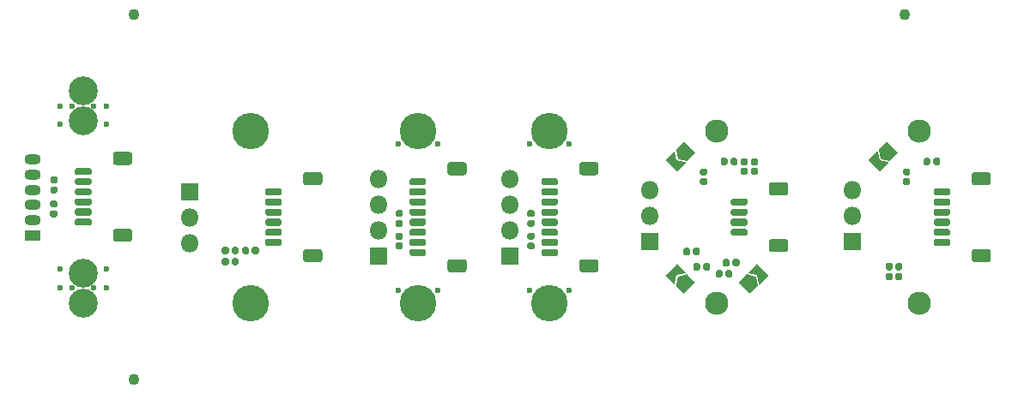
<source format=gts>
G04 #@! TF.GenerationSoftware,KiCad,Pcbnew,(5.1.6-0-10_14)*
G04 #@! TF.CreationDate,2021-04-17T00:03:13+02:00*
G04 #@! TF.ProjectId,Encoder_SPI_Panel_v1_1,456e636f-6465-4725-9f53-50495f50616e,rev?*
G04 #@! TF.SameCoordinates,Original*
G04 #@! TF.FileFunction,Soldermask,Top*
G04 #@! TF.FilePolarity,Negative*
%FSLAX46Y46*%
G04 Gerber Fmt 4.6, Leading zero omitted, Abs format (unit mm)*
G04 Created by KiCad (PCBNEW (5.1.6-0-10_14)) date 2021-04-17 00:03:13*
%MOMM*%
%LPD*%
G01*
G04 APERTURE LIST*
%ADD10C,1.100000*%
%ADD11C,2.300000*%
%ADD12C,0.150000*%
%ADD13R,1.800000X1.800000*%
%ADD14O,1.800000X1.800000*%
%ADD15C,3.600000*%
%ADD16C,0.600000*%
%ADD17C,2.850000*%
%ADD18R,1.600000X1.100000*%
%ADD19O,1.600000X1.100000*%
G04 APERTURE END LIST*
D10*
X59999000Y-55501000D03*
X136010131Y-19498950D03*
X59999000Y-19498950D03*
G36*
G01*
X137879133Y-34197499D02*
X137879133Y-33802499D01*
G75*
G02*
X138051633Y-33629999I172500J0D01*
G01*
X138396633Y-33629999D01*
G75*
G02*
X138569133Y-33802499I0J-172500D01*
G01*
X138569133Y-34197499D01*
G75*
G02*
X138396633Y-34369999I-172500J0D01*
G01*
X138051633Y-34369999D01*
G75*
G02*
X137879133Y-34197499I0J172500D01*
G01*
G37*
G36*
G01*
X138849133Y-34197499D02*
X138849133Y-33802499D01*
G75*
G02*
X139021633Y-33629999I172500J0D01*
G01*
X139366633Y-33629999D01*
G75*
G02*
X139539133Y-33802499I0J-172500D01*
G01*
X139539133Y-34197499D01*
G75*
G02*
X139366633Y-34369999I-172500J0D01*
G01*
X139021633Y-34369999D01*
G75*
G02*
X138849133Y-34197499I0J172500D01*
G01*
G37*
G36*
G01*
X136406633Y-36329999D02*
X136011633Y-36329999D01*
G75*
G02*
X135839133Y-36157499I0J172500D01*
G01*
X135839133Y-35812499D01*
G75*
G02*
X136011633Y-35639999I172500J0D01*
G01*
X136406633Y-35639999D01*
G75*
G02*
X136579133Y-35812499I0J-172500D01*
G01*
X136579133Y-36157499D01*
G75*
G02*
X136406633Y-36329999I-172500J0D01*
G01*
G37*
G36*
G01*
X136406633Y-35359999D02*
X136011633Y-35359999D01*
G75*
G02*
X135839133Y-35187499I0J172500D01*
G01*
X135839133Y-34842499D01*
G75*
G02*
X136011633Y-34669999I172500J0D01*
G01*
X136406633Y-34669999D01*
G75*
G02*
X136579133Y-34842499I0J-172500D01*
G01*
X136579133Y-35187499D01*
G75*
G02*
X136406633Y-35359999I-172500J0D01*
G01*
G37*
D11*
X137509133Y-30999999D03*
G36*
G01*
X135814133Y-44177499D02*
X135814133Y-44572499D01*
G75*
G02*
X135641633Y-44744999I-172500J0D01*
G01*
X135296633Y-44744999D01*
G75*
G02*
X135124133Y-44572499I0J172500D01*
G01*
X135124133Y-44177499D01*
G75*
G02*
X135296633Y-44004999I172500J0D01*
G01*
X135641633Y-44004999D01*
G75*
G02*
X135814133Y-44177499I0J-172500D01*
G01*
G37*
G36*
G01*
X134844133Y-44177499D02*
X134844133Y-44572499D01*
G75*
G02*
X134671633Y-44744999I-172500J0D01*
G01*
X134326633Y-44744999D01*
G75*
G02*
X134154133Y-44572499I0J172500D01*
G01*
X134154133Y-44177499D01*
G75*
G02*
X134326633Y-44004999I172500J0D01*
G01*
X134671633Y-44004999D01*
G75*
G02*
X134844133Y-44177499I0J-172500D01*
G01*
G37*
G36*
G01*
X134154133Y-45572499D02*
X134154133Y-45177499D01*
G75*
G02*
X134326633Y-45004999I172500J0D01*
G01*
X134671633Y-45004999D01*
G75*
G02*
X134844133Y-45177499I0J-172500D01*
G01*
X134844133Y-45572499D01*
G75*
G02*
X134671633Y-45744999I-172500J0D01*
G01*
X134326633Y-45744999D01*
G75*
G02*
X134154133Y-45572499I0J172500D01*
G01*
G37*
G36*
G01*
X135124133Y-45572499D02*
X135124133Y-45177499D01*
G75*
G02*
X135296633Y-45004999I172500J0D01*
G01*
X135641633Y-45004999D01*
G75*
G02*
X135814133Y-45177499I0J-172500D01*
G01*
X135814133Y-45572499D01*
G75*
G02*
X135641633Y-45744999I-172500J0D01*
G01*
X135296633Y-45744999D01*
G75*
G02*
X135124133Y-45572499I0J172500D01*
G01*
G37*
X137509133Y-47999999D03*
D12*
G36*
X133601036Y-34938108D02*
G01*
X133592392Y-34942728D01*
X133583012Y-34945574D01*
X133573258Y-34946534D01*
X133563504Y-34945574D01*
X133554123Y-34942728D01*
X133545480Y-34938108D01*
X133537902Y-34931890D01*
X132477242Y-33871230D01*
X132471024Y-33863652D01*
X132466404Y-33855009D01*
X132463558Y-33845628D01*
X132462598Y-33835874D01*
X132463558Y-33826120D01*
X132466404Y-33816740D01*
X132471024Y-33808096D01*
X132477242Y-33800519D01*
X133290415Y-32987346D01*
X133297992Y-32981128D01*
X133306636Y-32976508D01*
X133316016Y-32973662D01*
X133325770Y-32972702D01*
X133335524Y-32973662D01*
X133344905Y-32976508D01*
X133353548Y-32981128D01*
X133361126Y-32987346D01*
X133367344Y-32994924D01*
X133371964Y-33003567D01*
X133374800Y-33012895D01*
X133545039Y-33864093D01*
X134396237Y-34034332D01*
X134405613Y-34037188D01*
X134414252Y-34041818D01*
X134421823Y-34048043D01*
X134428033Y-34055627D01*
X134432644Y-34064275D01*
X134435480Y-34073659D01*
X134436430Y-34083414D01*
X134435460Y-34093168D01*
X134432605Y-34102544D01*
X134427974Y-34111184D01*
X134421786Y-34118717D01*
X133608613Y-34931890D01*
X133601036Y-34938108D01*
G37*
G36*
X134626340Y-33912804D02*
G01*
X134617696Y-33917424D01*
X134608316Y-33920270D01*
X134598562Y-33921230D01*
X134588756Y-33920260D01*
X133704872Y-33743483D01*
X133695496Y-33740628D01*
X133686856Y-33735998D01*
X133679286Y-33729772D01*
X133673076Y-33722189D01*
X133668465Y-33713540D01*
X133665649Y-33704260D01*
X133488872Y-32820376D01*
X133487902Y-32810623D01*
X133488852Y-32800867D01*
X133491688Y-32791484D01*
X133496299Y-32782835D01*
X133502546Y-32775215D01*
X134209653Y-32068108D01*
X134217230Y-32061890D01*
X134225874Y-32057270D01*
X134235254Y-32054424D01*
X134245008Y-32053464D01*
X134254762Y-32054424D01*
X134264143Y-32057270D01*
X134272786Y-32061890D01*
X134280364Y-32068108D01*
X135341024Y-33128768D01*
X135347242Y-33136346D01*
X135351862Y-33144989D01*
X135354708Y-33154370D01*
X135355668Y-33164124D01*
X135354708Y-33173878D01*
X135351862Y-33183258D01*
X135347242Y-33191902D01*
X135341024Y-33199479D01*
X134633917Y-33906586D01*
X134626340Y-33912804D01*
G37*
D13*
X130909133Y-41939999D03*
D14*
X130909133Y-39399999D03*
X130909133Y-36859999D03*
G36*
G01*
X140359133Y-42349999D02*
X139059133Y-42349999D01*
G75*
G02*
X138884133Y-42174999I0J175000D01*
G01*
X138884133Y-41824999D01*
G75*
G02*
X139059133Y-41649999I175000J0D01*
G01*
X140359133Y-41649999D01*
G75*
G02*
X140534133Y-41824999I0J-175000D01*
G01*
X140534133Y-42174999D01*
G75*
G02*
X140359133Y-42349999I-175000J0D01*
G01*
G37*
G36*
G01*
X140359133Y-41349999D02*
X139059133Y-41349999D01*
G75*
G02*
X138884133Y-41174999I0J175000D01*
G01*
X138884133Y-40824999D01*
G75*
G02*
X139059133Y-40649999I175000J0D01*
G01*
X140359133Y-40649999D01*
G75*
G02*
X140534133Y-40824999I0J-175000D01*
G01*
X140534133Y-41174999D01*
G75*
G02*
X140359133Y-41349999I-175000J0D01*
G01*
G37*
G36*
G01*
X140359133Y-40349999D02*
X139059133Y-40349999D01*
G75*
G02*
X138884133Y-40174999I0J175000D01*
G01*
X138884133Y-39824999D01*
G75*
G02*
X139059133Y-39649999I175000J0D01*
G01*
X140359133Y-39649999D01*
G75*
G02*
X140534133Y-39824999I0J-175000D01*
G01*
X140534133Y-40174999D01*
G75*
G02*
X140359133Y-40349999I-175000J0D01*
G01*
G37*
G36*
G01*
X140359133Y-39349999D02*
X139059133Y-39349999D01*
G75*
G02*
X138884133Y-39174999I0J175000D01*
G01*
X138884133Y-38824999D01*
G75*
G02*
X139059133Y-38649999I175000J0D01*
G01*
X140359133Y-38649999D01*
G75*
G02*
X140534133Y-38824999I0J-175000D01*
G01*
X140534133Y-39174999D01*
G75*
G02*
X140359133Y-39349999I-175000J0D01*
G01*
G37*
G36*
G01*
X140359133Y-38349999D02*
X139059133Y-38349999D01*
G75*
G02*
X138884133Y-38174999I0J175000D01*
G01*
X138884133Y-37824999D01*
G75*
G02*
X139059133Y-37649999I175000J0D01*
G01*
X140359133Y-37649999D01*
G75*
G02*
X140534133Y-37824999I0J-175000D01*
G01*
X140534133Y-38174999D01*
G75*
G02*
X140359133Y-38349999I-175000J0D01*
G01*
G37*
G36*
G01*
X140359133Y-37349999D02*
X139059133Y-37349999D01*
G75*
G02*
X138884133Y-37174999I0J175000D01*
G01*
X138884133Y-36824999D01*
G75*
G02*
X139059133Y-36649999I175000J0D01*
G01*
X140359133Y-36649999D01*
G75*
G02*
X140534133Y-36824999I0J-175000D01*
G01*
X140534133Y-37174999D01*
G75*
G02*
X140359133Y-37349999I-175000J0D01*
G01*
G37*
G36*
G01*
X144263733Y-43949999D02*
X142904533Y-43949999D01*
G75*
G02*
X142634133Y-43679599I0J270400D01*
G01*
X142634133Y-42920399D01*
G75*
G02*
X142904533Y-42649999I270400J0D01*
G01*
X144263733Y-42649999D01*
G75*
G02*
X144534133Y-42920399I0J-270400D01*
G01*
X144534133Y-43679599D01*
G75*
G02*
X144263733Y-43949999I-270400J0D01*
G01*
G37*
G36*
G01*
X144263733Y-36349999D02*
X142904533Y-36349999D01*
G75*
G02*
X142634133Y-36079599I0J270400D01*
G01*
X142634133Y-35320399D01*
G75*
G02*
X142904533Y-35049999I270400J0D01*
G01*
X144263733Y-35049999D01*
G75*
G02*
X144534133Y-35320399I0J-270400D01*
G01*
X144534133Y-36079599D01*
G75*
G02*
X144263733Y-36349999I-270400J0D01*
G01*
G37*
G36*
G01*
X117879130Y-34197499D02*
X117879130Y-33802499D01*
G75*
G02*
X118051630Y-33629999I172500J0D01*
G01*
X118396630Y-33629999D01*
G75*
G02*
X118569130Y-33802499I0J-172500D01*
G01*
X118569130Y-34197499D01*
G75*
G02*
X118396630Y-34369999I-172500J0D01*
G01*
X118051630Y-34369999D01*
G75*
G02*
X117879130Y-34197499I0J172500D01*
G01*
G37*
G36*
G01*
X118849130Y-34197499D02*
X118849130Y-33802499D01*
G75*
G02*
X119021630Y-33629999I172500J0D01*
G01*
X119366630Y-33629999D01*
G75*
G02*
X119539130Y-33802499I0J-172500D01*
G01*
X119539130Y-34197499D01*
G75*
G02*
X119366630Y-34369999I-172500J0D01*
G01*
X119021630Y-34369999D01*
G75*
G02*
X118849130Y-34197499I0J172500D01*
G01*
G37*
G36*
G01*
X116406630Y-36329999D02*
X116011630Y-36329999D01*
G75*
G02*
X115839130Y-36157499I0J172500D01*
G01*
X115839130Y-35812499D01*
G75*
G02*
X116011630Y-35639999I172500J0D01*
G01*
X116406630Y-35639999D01*
G75*
G02*
X116579130Y-35812499I0J-172500D01*
G01*
X116579130Y-36157499D01*
G75*
G02*
X116406630Y-36329999I-172500J0D01*
G01*
G37*
G36*
G01*
X116406630Y-35359999D02*
X116011630Y-35359999D01*
G75*
G02*
X115839130Y-35187499I0J172500D01*
G01*
X115839130Y-34842499D01*
G75*
G02*
X116011630Y-34669999I172500J0D01*
G01*
X116406630Y-34669999D01*
G75*
G02*
X116579130Y-34842499I0J-172500D01*
G01*
X116579130Y-35187499D01*
G75*
G02*
X116406630Y-35359999I-172500J0D01*
G01*
G37*
G36*
G01*
X114179130Y-43097499D02*
X114179130Y-42702499D01*
G75*
G02*
X114351630Y-42529999I172500J0D01*
G01*
X114696630Y-42529999D01*
G75*
G02*
X114869130Y-42702499I0J-172500D01*
G01*
X114869130Y-43097499D01*
G75*
G02*
X114696630Y-43269999I-172500J0D01*
G01*
X114351630Y-43269999D01*
G75*
G02*
X114179130Y-43097499I0J172500D01*
G01*
G37*
G36*
G01*
X115149130Y-43097499D02*
X115149130Y-42702499D01*
G75*
G02*
X115321630Y-42529999I172500J0D01*
G01*
X115666630Y-42529999D01*
G75*
G02*
X115839130Y-42702499I0J-172500D01*
G01*
X115839130Y-43097499D01*
G75*
G02*
X115666630Y-43269999I-172500J0D01*
G01*
X115321630Y-43269999D01*
G75*
G02*
X115149130Y-43097499I0J172500D01*
G01*
G37*
G36*
G01*
X118079130Y-44197499D02*
X118079130Y-43802499D01*
G75*
G02*
X118251630Y-43629999I172500J0D01*
G01*
X118596630Y-43629999D01*
G75*
G02*
X118769130Y-43802499I0J-172500D01*
G01*
X118769130Y-44197499D01*
G75*
G02*
X118596630Y-44369999I-172500J0D01*
G01*
X118251630Y-44369999D01*
G75*
G02*
X118079130Y-44197499I0J172500D01*
G01*
G37*
G36*
G01*
X119049130Y-44197499D02*
X119049130Y-43802499D01*
G75*
G02*
X119221630Y-43629999I172500J0D01*
G01*
X119566630Y-43629999D01*
G75*
G02*
X119739130Y-43802499I0J-172500D01*
G01*
X119739130Y-44197499D01*
G75*
G02*
X119566630Y-44369999I-172500J0D01*
G01*
X119221630Y-44369999D01*
G75*
G02*
X119049130Y-44197499I0J172500D01*
G01*
G37*
G36*
G01*
X116839130Y-44202499D02*
X116839130Y-44597499D01*
G75*
G02*
X116666630Y-44769999I-172500J0D01*
G01*
X116321630Y-44769999D01*
G75*
G02*
X116149130Y-44597499I0J172500D01*
G01*
X116149130Y-44202499D01*
G75*
G02*
X116321630Y-44029999I172500J0D01*
G01*
X116666630Y-44029999D01*
G75*
G02*
X116839130Y-44202499I0J-172500D01*
G01*
G37*
G36*
G01*
X115869130Y-44202499D02*
X115869130Y-44597499D01*
G75*
G02*
X115696630Y-44769999I-172500J0D01*
G01*
X115351630Y-44769999D01*
G75*
G02*
X115179130Y-44597499I0J172500D01*
G01*
X115179130Y-44202499D01*
G75*
G02*
X115351630Y-44029999I172500J0D01*
G01*
X115696630Y-44029999D01*
G75*
G02*
X115869130Y-44202499I0J-172500D01*
G01*
G37*
G36*
G01*
X117379130Y-45297499D02*
X117379130Y-44902499D01*
G75*
G02*
X117551630Y-44729999I172500J0D01*
G01*
X117896630Y-44729999D01*
G75*
G02*
X118069130Y-44902499I0J-172500D01*
G01*
X118069130Y-45297499D01*
G75*
G02*
X117896630Y-45469999I-172500J0D01*
G01*
X117551630Y-45469999D01*
G75*
G02*
X117379130Y-45297499I0J172500D01*
G01*
G37*
G36*
G01*
X118349130Y-45297499D02*
X118349130Y-44902499D01*
G75*
G02*
X118521630Y-44729999I172500J0D01*
G01*
X118866630Y-44729999D01*
G75*
G02*
X119039130Y-44902499I0J-172500D01*
G01*
X119039130Y-45297499D01*
G75*
G02*
X118866630Y-45469999I-172500J0D01*
G01*
X118521630Y-45469999D01*
G75*
G02*
X118349130Y-45297499I0J172500D01*
G01*
G37*
D11*
X117509130Y-30999999D03*
X117509130Y-47999999D03*
G36*
G01*
X121406630Y-35329999D02*
X121011630Y-35329999D01*
G75*
G02*
X120839130Y-35157499I0J172500D01*
G01*
X120839130Y-34812499D01*
G75*
G02*
X121011630Y-34639999I172500J0D01*
G01*
X121406630Y-34639999D01*
G75*
G02*
X121579130Y-34812499I0J-172500D01*
G01*
X121579130Y-35157499D01*
G75*
G02*
X121406630Y-35329999I-172500J0D01*
G01*
G37*
G36*
G01*
X121406630Y-34359999D02*
X121011630Y-34359999D01*
G75*
G02*
X120839130Y-34187499I0J172500D01*
G01*
X120839130Y-33842499D01*
G75*
G02*
X121011630Y-33669999I172500J0D01*
G01*
X121406630Y-33669999D01*
G75*
G02*
X121579130Y-33842499I0J-172500D01*
G01*
X121579130Y-34187499D01*
G75*
G02*
X121406630Y-34359999I-172500J0D01*
G01*
G37*
G36*
G01*
X120011630Y-33669999D02*
X120406630Y-33669999D01*
G75*
G02*
X120579130Y-33842499I0J-172500D01*
G01*
X120579130Y-34187499D01*
G75*
G02*
X120406630Y-34359999I-172500J0D01*
G01*
X120011630Y-34359999D01*
G75*
G02*
X119839130Y-34187499I0J172500D01*
G01*
X119839130Y-33842499D01*
G75*
G02*
X120011630Y-33669999I172500J0D01*
G01*
G37*
G36*
G01*
X120011630Y-34639999D02*
X120406630Y-34639999D01*
G75*
G02*
X120579130Y-34812499I0J-172500D01*
G01*
X120579130Y-35157499D01*
G75*
G02*
X120406630Y-35329999I-172500J0D01*
G01*
X120011630Y-35329999D01*
G75*
G02*
X119839130Y-35157499I0J172500D01*
G01*
X119839130Y-34812499D01*
G75*
G02*
X120011630Y-34639999I172500J0D01*
G01*
G37*
D13*
X110909130Y-41939999D03*
D14*
X110909130Y-39399999D03*
X110909130Y-36859999D03*
D12*
G36*
X112458369Y-45279250D02*
G01*
X112453749Y-45270606D01*
X112450903Y-45261226D01*
X112449943Y-45251472D01*
X112450903Y-45241718D01*
X112453749Y-45232337D01*
X112458369Y-45223694D01*
X112464587Y-45216116D01*
X113525247Y-44155456D01*
X113532825Y-44149238D01*
X113541468Y-44144618D01*
X113550849Y-44141772D01*
X113560603Y-44140812D01*
X113570357Y-44141772D01*
X113579737Y-44144618D01*
X113588381Y-44149238D01*
X113595958Y-44155456D01*
X114409131Y-44968629D01*
X114415349Y-44976206D01*
X114419969Y-44984850D01*
X114422815Y-44994230D01*
X114423775Y-45003984D01*
X114422815Y-45013738D01*
X114419969Y-45023119D01*
X114415349Y-45031762D01*
X114409131Y-45039340D01*
X114401553Y-45045558D01*
X114392910Y-45050178D01*
X114383582Y-45053014D01*
X113532384Y-45223253D01*
X113362145Y-46074451D01*
X113359289Y-46083827D01*
X113354659Y-46092466D01*
X113348434Y-46100037D01*
X113340850Y-46106247D01*
X113332202Y-46110858D01*
X113322818Y-46113694D01*
X113313063Y-46114644D01*
X113303309Y-46113674D01*
X113293933Y-46110819D01*
X113285293Y-46106188D01*
X113277760Y-46100000D01*
X112464587Y-45286827D01*
X112458369Y-45279250D01*
G37*
G36*
X113483673Y-46304554D02*
G01*
X113479053Y-46295910D01*
X113476207Y-46286530D01*
X113475247Y-46276776D01*
X113476217Y-46266970D01*
X113652994Y-45383086D01*
X113655849Y-45373710D01*
X113660479Y-45365070D01*
X113666705Y-45357500D01*
X113674288Y-45351290D01*
X113682937Y-45346679D01*
X113692217Y-45343863D01*
X114576101Y-45167086D01*
X114585854Y-45166116D01*
X114595610Y-45167066D01*
X114604993Y-45169902D01*
X114613642Y-45174513D01*
X114621262Y-45180760D01*
X115328369Y-45887867D01*
X115334587Y-45895444D01*
X115339207Y-45904088D01*
X115342053Y-45913468D01*
X115343013Y-45923222D01*
X115342053Y-45932976D01*
X115339207Y-45942357D01*
X115334587Y-45951000D01*
X115328369Y-45958578D01*
X114267709Y-47019238D01*
X114260131Y-47025456D01*
X114251488Y-47030076D01*
X114242107Y-47032922D01*
X114232353Y-47033882D01*
X114222599Y-47032922D01*
X114213219Y-47030076D01*
X114204575Y-47025456D01*
X114196998Y-47019238D01*
X113489891Y-46312131D01*
X113483673Y-46304554D01*
G37*
G36*
X113601033Y-34938108D02*
G01*
X113592389Y-34942728D01*
X113583009Y-34945574D01*
X113573255Y-34946534D01*
X113563501Y-34945574D01*
X113554120Y-34942728D01*
X113545477Y-34938108D01*
X113537899Y-34931890D01*
X112477239Y-33871230D01*
X112471021Y-33863652D01*
X112466401Y-33855009D01*
X112463555Y-33845628D01*
X112462595Y-33835874D01*
X112463555Y-33826120D01*
X112466401Y-33816740D01*
X112471021Y-33808096D01*
X112477239Y-33800519D01*
X113290412Y-32987346D01*
X113297989Y-32981128D01*
X113306633Y-32976508D01*
X113316013Y-32973662D01*
X113325767Y-32972702D01*
X113335521Y-32973662D01*
X113344902Y-32976508D01*
X113353545Y-32981128D01*
X113361123Y-32987346D01*
X113367341Y-32994924D01*
X113371961Y-33003567D01*
X113374797Y-33012895D01*
X113545036Y-33864093D01*
X114396234Y-34034332D01*
X114405610Y-34037188D01*
X114414249Y-34041818D01*
X114421820Y-34048043D01*
X114428030Y-34055627D01*
X114432641Y-34064275D01*
X114435477Y-34073659D01*
X114436427Y-34083414D01*
X114435457Y-34093168D01*
X114432602Y-34102544D01*
X114427971Y-34111184D01*
X114421783Y-34118717D01*
X113608610Y-34931890D01*
X113601033Y-34938108D01*
G37*
G36*
X114626337Y-33912804D02*
G01*
X114617693Y-33917424D01*
X114608313Y-33920270D01*
X114598559Y-33921230D01*
X114588753Y-33920260D01*
X113704869Y-33743483D01*
X113695493Y-33740628D01*
X113686853Y-33735998D01*
X113679283Y-33729772D01*
X113673073Y-33722189D01*
X113668462Y-33713540D01*
X113665646Y-33704260D01*
X113488869Y-32820376D01*
X113487899Y-32810623D01*
X113488849Y-32800867D01*
X113491685Y-32791484D01*
X113496296Y-32782835D01*
X113502543Y-32775215D01*
X114209650Y-32068108D01*
X114217227Y-32061890D01*
X114225871Y-32057270D01*
X114235251Y-32054424D01*
X114245005Y-32053464D01*
X114254759Y-32054424D01*
X114264140Y-32057270D01*
X114272783Y-32061890D01*
X114280361Y-32068108D01*
X115341021Y-33128768D01*
X115347239Y-33136346D01*
X115351859Y-33144989D01*
X115354705Y-33154370D01*
X115355665Y-33164124D01*
X115354705Y-33173878D01*
X115351859Y-33183258D01*
X115347239Y-33191902D01*
X115341021Y-33199479D01*
X114633914Y-33906586D01*
X114626337Y-33912804D01*
G37*
G36*
X121417227Y-44149238D02*
G01*
X121425871Y-44144618D01*
X121435251Y-44141772D01*
X121445005Y-44140812D01*
X121454759Y-44141772D01*
X121464140Y-44144618D01*
X121472783Y-44149238D01*
X121480361Y-44155456D01*
X122541021Y-45216116D01*
X122547239Y-45223694D01*
X122551859Y-45232337D01*
X122554705Y-45241718D01*
X122555665Y-45251472D01*
X122554705Y-45261226D01*
X122551859Y-45270606D01*
X122547239Y-45279250D01*
X122541021Y-45286827D01*
X121727848Y-46100000D01*
X121720271Y-46106218D01*
X121711627Y-46110838D01*
X121702247Y-46113684D01*
X121692493Y-46114644D01*
X121682739Y-46113684D01*
X121673358Y-46110838D01*
X121664715Y-46106218D01*
X121657137Y-46100000D01*
X121650919Y-46092422D01*
X121646299Y-46083779D01*
X121643463Y-46074451D01*
X121473224Y-45223253D01*
X120622026Y-45053014D01*
X120612650Y-45050158D01*
X120604011Y-45045528D01*
X120596440Y-45039303D01*
X120590230Y-45031719D01*
X120585619Y-45023071D01*
X120582783Y-45013687D01*
X120581833Y-45003932D01*
X120582803Y-44994178D01*
X120585658Y-44984802D01*
X120590289Y-44976162D01*
X120596477Y-44968629D01*
X121409650Y-44155456D01*
X121417227Y-44149238D01*
G37*
G36*
X120391923Y-45174542D02*
G01*
X120400567Y-45169922D01*
X120409947Y-45167076D01*
X120419701Y-45166116D01*
X120429507Y-45167086D01*
X121313391Y-45343863D01*
X121322767Y-45346718D01*
X121331407Y-45351348D01*
X121338977Y-45357574D01*
X121345187Y-45365157D01*
X121349798Y-45373806D01*
X121352614Y-45383086D01*
X121529391Y-46266970D01*
X121530361Y-46276723D01*
X121529411Y-46286479D01*
X121526575Y-46295862D01*
X121521964Y-46304511D01*
X121515717Y-46312131D01*
X120808610Y-47019238D01*
X120801033Y-47025456D01*
X120792389Y-47030076D01*
X120783009Y-47032922D01*
X120773255Y-47033882D01*
X120763501Y-47032922D01*
X120754120Y-47030076D01*
X120745477Y-47025456D01*
X120737899Y-47019238D01*
X119677239Y-45958578D01*
X119671021Y-45951000D01*
X119666401Y-45942357D01*
X119663555Y-45932976D01*
X119662595Y-45923222D01*
X119663555Y-45913468D01*
X119666401Y-45904088D01*
X119671021Y-45895444D01*
X119677239Y-45887867D01*
X120384346Y-45180760D01*
X120391923Y-45174542D01*
G37*
G36*
G01*
X120359130Y-41349999D02*
X119059130Y-41349999D01*
G75*
G02*
X118884130Y-41174999I0J175000D01*
G01*
X118884130Y-40824999D01*
G75*
G02*
X119059130Y-40649999I175000J0D01*
G01*
X120359130Y-40649999D01*
G75*
G02*
X120534130Y-40824999I0J-175000D01*
G01*
X120534130Y-41174999D01*
G75*
G02*
X120359130Y-41349999I-175000J0D01*
G01*
G37*
G36*
G01*
X120359130Y-40349999D02*
X119059130Y-40349999D01*
G75*
G02*
X118884130Y-40174999I0J175000D01*
G01*
X118884130Y-39824999D01*
G75*
G02*
X119059130Y-39649999I175000J0D01*
G01*
X120359130Y-39649999D01*
G75*
G02*
X120534130Y-39824999I0J-175000D01*
G01*
X120534130Y-40174999D01*
G75*
G02*
X120359130Y-40349999I-175000J0D01*
G01*
G37*
G36*
G01*
X120359130Y-39349999D02*
X119059130Y-39349999D01*
G75*
G02*
X118884130Y-39174999I0J175000D01*
G01*
X118884130Y-38824999D01*
G75*
G02*
X119059130Y-38649999I175000J0D01*
G01*
X120359130Y-38649999D01*
G75*
G02*
X120534130Y-38824999I0J-175000D01*
G01*
X120534130Y-39174999D01*
G75*
G02*
X120359130Y-39349999I-175000J0D01*
G01*
G37*
G36*
G01*
X120359130Y-38349999D02*
X119059130Y-38349999D01*
G75*
G02*
X118884130Y-38174999I0J175000D01*
G01*
X118884130Y-37824999D01*
G75*
G02*
X119059130Y-37649999I175000J0D01*
G01*
X120359130Y-37649999D01*
G75*
G02*
X120534130Y-37824999I0J-175000D01*
G01*
X120534130Y-38174999D01*
G75*
G02*
X120359130Y-38349999I-175000J0D01*
G01*
G37*
G36*
G01*
X124263298Y-42949999D02*
X122904962Y-42949999D01*
G75*
G02*
X122634130Y-42679167I0J270832D01*
G01*
X122634130Y-41920831D01*
G75*
G02*
X122904962Y-41649999I270832J0D01*
G01*
X124263298Y-41649999D01*
G75*
G02*
X124534130Y-41920831I0J-270832D01*
G01*
X124534130Y-42679167D01*
G75*
G02*
X124263298Y-42949999I-270832J0D01*
G01*
G37*
G36*
G01*
X124263298Y-37349999D02*
X122904962Y-37349999D01*
G75*
G02*
X122634130Y-37079167I0J270832D01*
G01*
X122634130Y-36320831D01*
G75*
G02*
X122904962Y-36049999I270832J0D01*
G01*
X124263298Y-36049999D01*
G75*
G02*
X124534130Y-36320831I0J-270832D01*
G01*
X124534130Y-37079167D01*
G75*
G02*
X124263298Y-37349999I-270832J0D01*
G01*
G37*
G36*
G01*
X98978982Y-41034950D02*
X99373982Y-41034950D01*
G75*
G02*
X99546482Y-41207450I0J-172500D01*
G01*
X99546482Y-41552450D01*
G75*
G02*
X99373982Y-41724950I-172500J0D01*
G01*
X98978982Y-41724950D01*
G75*
G02*
X98806482Y-41552450I0J172500D01*
G01*
X98806482Y-41207450D01*
G75*
G02*
X98978982Y-41034950I172500J0D01*
G01*
G37*
G36*
G01*
X98978982Y-42004950D02*
X99373982Y-42004950D01*
G75*
G02*
X99546482Y-42177450I0J-172500D01*
G01*
X99546482Y-42522450D01*
G75*
G02*
X99373982Y-42694950I-172500J0D01*
G01*
X98978982Y-42694950D01*
G75*
G02*
X98806482Y-42522450I0J172500D01*
G01*
X98806482Y-42177450D01*
G75*
G02*
X98978982Y-42004950I172500J0D01*
G01*
G37*
D15*
X101006482Y-30999950D03*
G36*
G01*
X99373982Y-40459950D02*
X98978982Y-40459950D01*
G75*
G02*
X98806482Y-40287450I0J172500D01*
G01*
X98806482Y-39942450D01*
G75*
G02*
X98978982Y-39769950I172500J0D01*
G01*
X99373982Y-39769950D01*
G75*
G02*
X99546482Y-39942450I0J-172500D01*
G01*
X99546482Y-40287450D01*
G75*
G02*
X99373982Y-40459950I-172500J0D01*
G01*
G37*
G36*
G01*
X99373982Y-39489950D02*
X98978982Y-39489950D01*
G75*
G02*
X98806482Y-39317450I0J172500D01*
G01*
X98806482Y-38972450D01*
G75*
G02*
X98978982Y-38799950I172500J0D01*
G01*
X99373982Y-38799950D01*
G75*
G02*
X99546482Y-38972450I0J-172500D01*
G01*
X99546482Y-39317450D01*
G75*
G02*
X99373982Y-39489950I-172500J0D01*
G01*
G37*
X101006482Y-47999950D03*
G36*
G01*
X101656482Y-43349950D02*
X100356482Y-43349950D01*
G75*
G02*
X100181482Y-43174950I0J175000D01*
G01*
X100181482Y-42824950D01*
G75*
G02*
X100356482Y-42649950I175000J0D01*
G01*
X101656482Y-42649950D01*
G75*
G02*
X101831482Y-42824950I0J-175000D01*
G01*
X101831482Y-43174950D01*
G75*
G02*
X101656482Y-43349950I-175000J0D01*
G01*
G37*
G36*
G01*
X101656482Y-42349950D02*
X100356482Y-42349950D01*
G75*
G02*
X100181482Y-42174950I0J175000D01*
G01*
X100181482Y-41824950D01*
G75*
G02*
X100356482Y-41649950I175000J0D01*
G01*
X101656482Y-41649950D01*
G75*
G02*
X101831482Y-41824950I0J-175000D01*
G01*
X101831482Y-42174950D01*
G75*
G02*
X101656482Y-42349950I-175000J0D01*
G01*
G37*
G36*
G01*
X101656482Y-41349950D02*
X100356482Y-41349950D01*
G75*
G02*
X100181482Y-41174950I0J175000D01*
G01*
X100181482Y-40824950D01*
G75*
G02*
X100356482Y-40649950I175000J0D01*
G01*
X101656482Y-40649950D01*
G75*
G02*
X101831482Y-40824950I0J-175000D01*
G01*
X101831482Y-41174950D01*
G75*
G02*
X101656482Y-41349950I-175000J0D01*
G01*
G37*
G36*
G01*
X101656482Y-40349950D02*
X100356482Y-40349950D01*
G75*
G02*
X100181482Y-40174950I0J175000D01*
G01*
X100181482Y-39824950D01*
G75*
G02*
X100356482Y-39649950I175000J0D01*
G01*
X101656482Y-39649950D01*
G75*
G02*
X101831482Y-39824950I0J-175000D01*
G01*
X101831482Y-40174950D01*
G75*
G02*
X101656482Y-40349950I-175000J0D01*
G01*
G37*
G36*
G01*
X101656482Y-39349950D02*
X100356482Y-39349950D01*
G75*
G02*
X100181482Y-39174950I0J175000D01*
G01*
X100181482Y-38824950D01*
G75*
G02*
X100356482Y-38649950I175000J0D01*
G01*
X101656482Y-38649950D01*
G75*
G02*
X101831482Y-38824950I0J-175000D01*
G01*
X101831482Y-39174950D01*
G75*
G02*
X101656482Y-39349950I-175000J0D01*
G01*
G37*
G36*
G01*
X101656482Y-38349950D02*
X100356482Y-38349950D01*
G75*
G02*
X100181482Y-38174950I0J175000D01*
G01*
X100181482Y-37824950D01*
G75*
G02*
X100356482Y-37649950I175000J0D01*
G01*
X101656482Y-37649950D01*
G75*
G02*
X101831482Y-37824950I0J-175000D01*
G01*
X101831482Y-38174950D01*
G75*
G02*
X101656482Y-38349950I-175000J0D01*
G01*
G37*
G36*
G01*
X101656482Y-37349950D02*
X100356482Y-37349950D01*
G75*
G02*
X100181482Y-37174950I0J175000D01*
G01*
X100181482Y-36824950D01*
G75*
G02*
X100356482Y-36649950I175000J0D01*
G01*
X101656482Y-36649950D01*
G75*
G02*
X101831482Y-36824950I0J-175000D01*
G01*
X101831482Y-37174950D01*
G75*
G02*
X101656482Y-37349950I-175000J0D01*
G01*
G37*
G36*
G01*
X101656482Y-36349950D02*
X100356482Y-36349950D01*
G75*
G02*
X100181482Y-36174950I0J175000D01*
G01*
X100181482Y-35824950D01*
G75*
G02*
X100356482Y-35649950I175000J0D01*
G01*
X101656482Y-35649950D01*
G75*
G02*
X101831482Y-35824950I0J-175000D01*
G01*
X101831482Y-36174950D01*
G75*
G02*
X101656482Y-36349950I-175000J0D01*
G01*
G37*
G36*
G01*
X105560650Y-44949950D02*
X104202314Y-44949950D01*
G75*
G02*
X103931482Y-44679118I0J270832D01*
G01*
X103931482Y-43920782D01*
G75*
G02*
X104202314Y-43649950I270832J0D01*
G01*
X105560650Y-43649950D01*
G75*
G02*
X105831482Y-43920782I0J-270832D01*
G01*
X105831482Y-44679118D01*
G75*
G02*
X105560650Y-44949950I-270832J0D01*
G01*
G37*
G36*
G01*
X105560650Y-35349950D02*
X104202314Y-35349950D01*
G75*
G02*
X103931482Y-35079118I0J270832D01*
G01*
X103931482Y-34320782D01*
G75*
G02*
X104202314Y-34049950I270832J0D01*
G01*
X105560650Y-34049950D01*
G75*
G02*
X105831482Y-34320782I0J-270832D01*
G01*
X105831482Y-35079118D01*
G75*
G02*
X105560650Y-35349950I-270832J0D01*
G01*
G37*
D13*
X97106482Y-43319950D03*
D14*
X97106482Y-40779950D03*
X97106482Y-38239950D03*
X97106482Y-35699950D03*
D16*
X102956482Y-32249950D03*
X99056482Y-32249950D03*
X102956482Y-46749950D03*
X99056482Y-46749950D03*
G36*
G01*
X85975938Y-41034950D02*
X86370938Y-41034950D01*
G75*
G02*
X86543438Y-41207450I0J-172500D01*
G01*
X86543438Y-41552450D01*
G75*
G02*
X86370938Y-41724950I-172500J0D01*
G01*
X85975938Y-41724950D01*
G75*
G02*
X85803438Y-41552450I0J172500D01*
G01*
X85803438Y-41207450D01*
G75*
G02*
X85975938Y-41034950I172500J0D01*
G01*
G37*
G36*
G01*
X85975938Y-42004950D02*
X86370938Y-42004950D01*
G75*
G02*
X86543438Y-42177450I0J-172500D01*
G01*
X86543438Y-42522450D01*
G75*
G02*
X86370938Y-42694950I-172500J0D01*
G01*
X85975938Y-42694950D01*
G75*
G02*
X85803438Y-42522450I0J172500D01*
G01*
X85803438Y-42177450D01*
G75*
G02*
X85975938Y-42004950I172500J0D01*
G01*
G37*
D15*
X88003438Y-30999950D03*
G36*
G01*
X86370938Y-40459950D02*
X85975938Y-40459950D01*
G75*
G02*
X85803438Y-40287450I0J172500D01*
G01*
X85803438Y-39942450D01*
G75*
G02*
X85975938Y-39769950I172500J0D01*
G01*
X86370938Y-39769950D01*
G75*
G02*
X86543438Y-39942450I0J-172500D01*
G01*
X86543438Y-40287450D01*
G75*
G02*
X86370938Y-40459950I-172500J0D01*
G01*
G37*
G36*
G01*
X86370938Y-39489950D02*
X85975938Y-39489950D01*
G75*
G02*
X85803438Y-39317450I0J172500D01*
G01*
X85803438Y-38972450D01*
G75*
G02*
X85975938Y-38799950I172500J0D01*
G01*
X86370938Y-38799950D01*
G75*
G02*
X86543438Y-38972450I0J-172500D01*
G01*
X86543438Y-39317450D01*
G75*
G02*
X86370938Y-39489950I-172500J0D01*
G01*
G37*
X88003438Y-47999950D03*
G36*
G01*
X88653438Y-43349950D02*
X87353438Y-43349950D01*
G75*
G02*
X87178438Y-43174950I0J175000D01*
G01*
X87178438Y-42824950D01*
G75*
G02*
X87353438Y-42649950I175000J0D01*
G01*
X88653438Y-42649950D01*
G75*
G02*
X88828438Y-42824950I0J-175000D01*
G01*
X88828438Y-43174950D01*
G75*
G02*
X88653438Y-43349950I-175000J0D01*
G01*
G37*
G36*
G01*
X88653438Y-42349950D02*
X87353438Y-42349950D01*
G75*
G02*
X87178438Y-42174950I0J175000D01*
G01*
X87178438Y-41824950D01*
G75*
G02*
X87353438Y-41649950I175000J0D01*
G01*
X88653438Y-41649950D01*
G75*
G02*
X88828438Y-41824950I0J-175000D01*
G01*
X88828438Y-42174950D01*
G75*
G02*
X88653438Y-42349950I-175000J0D01*
G01*
G37*
G36*
G01*
X88653438Y-41349950D02*
X87353438Y-41349950D01*
G75*
G02*
X87178438Y-41174950I0J175000D01*
G01*
X87178438Y-40824950D01*
G75*
G02*
X87353438Y-40649950I175000J0D01*
G01*
X88653438Y-40649950D01*
G75*
G02*
X88828438Y-40824950I0J-175000D01*
G01*
X88828438Y-41174950D01*
G75*
G02*
X88653438Y-41349950I-175000J0D01*
G01*
G37*
G36*
G01*
X88653438Y-40349950D02*
X87353438Y-40349950D01*
G75*
G02*
X87178438Y-40174950I0J175000D01*
G01*
X87178438Y-39824950D01*
G75*
G02*
X87353438Y-39649950I175000J0D01*
G01*
X88653438Y-39649950D01*
G75*
G02*
X88828438Y-39824950I0J-175000D01*
G01*
X88828438Y-40174950D01*
G75*
G02*
X88653438Y-40349950I-175000J0D01*
G01*
G37*
G36*
G01*
X88653438Y-39349950D02*
X87353438Y-39349950D01*
G75*
G02*
X87178438Y-39174950I0J175000D01*
G01*
X87178438Y-38824950D01*
G75*
G02*
X87353438Y-38649950I175000J0D01*
G01*
X88653438Y-38649950D01*
G75*
G02*
X88828438Y-38824950I0J-175000D01*
G01*
X88828438Y-39174950D01*
G75*
G02*
X88653438Y-39349950I-175000J0D01*
G01*
G37*
G36*
G01*
X88653438Y-38349950D02*
X87353438Y-38349950D01*
G75*
G02*
X87178438Y-38174950I0J175000D01*
G01*
X87178438Y-37824950D01*
G75*
G02*
X87353438Y-37649950I175000J0D01*
G01*
X88653438Y-37649950D01*
G75*
G02*
X88828438Y-37824950I0J-175000D01*
G01*
X88828438Y-38174950D01*
G75*
G02*
X88653438Y-38349950I-175000J0D01*
G01*
G37*
G36*
G01*
X88653438Y-37349950D02*
X87353438Y-37349950D01*
G75*
G02*
X87178438Y-37174950I0J175000D01*
G01*
X87178438Y-36824950D01*
G75*
G02*
X87353438Y-36649950I175000J0D01*
G01*
X88653438Y-36649950D01*
G75*
G02*
X88828438Y-36824950I0J-175000D01*
G01*
X88828438Y-37174950D01*
G75*
G02*
X88653438Y-37349950I-175000J0D01*
G01*
G37*
G36*
G01*
X88653438Y-36349950D02*
X87353438Y-36349950D01*
G75*
G02*
X87178438Y-36174950I0J175000D01*
G01*
X87178438Y-35824950D01*
G75*
G02*
X87353438Y-35649950I175000J0D01*
G01*
X88653438Y-35649950D01*
G75*
G02*
X88828438Y-35824950I0J-175000D01*
G01*
X88828438Y-36174950D01*
G75*
G02*
X88653438Y-36349950I-175000J0D01*
G01*
G37*
G36*
G01*
X92557606Y-44949950D02*
X91199270Y-44949950D01*
G75*
G02*
X90928438Y-44679118I0J270832D01*
G01*
X90928438Y-43920782D01*
G75*
G02*
X91199270Y-43649950I270832J0D01*
G01*
X92557606Y-43649950D01*
G75*
G02*
X92828438Y-43920782I0J-270832D01*
G01*
X92828438Y-44679118D01*
G75*
G02*
X92557606Y-44949950I-270832J0D01*
G01*
G37*
G36*
G01*
X92557606Y-35349950D02*
X91199270Y-35349950D01*
G75*
G02*
X90928438Y-35079118I0J270832D01*
G01*
X90928438Y-34320782D01*
G75*
G02*
X91199270Y-34049950I270832J0D01*
G01*
X92557606Y-34049950D01*
G75*
G02*
X92828438Y-34320782I0J-270832D01*
G01*
X92828438Y-35079118D01*
G75*
G02*
X92557606Y-35349950I-270832J0D01*
G01*
G37*
D13*
X84103438Y-43319950D03*
D14*
X84103438Y-40779950D03*
X84103438Y-38239950D03*
X84103438Y-35699950D03*
D16*
X89953438Y-32249950D03*
X86053438Y-32249950D03*
X89953438Y-46749950D03*
X86053438Y-46749950D03*
G36*
G01*
X78327207Y-36349999D02*
X76968871Y-36349999D01*
G75*
G02*
X76698039Y-36079167I0J270832D01*
G01*
X76698039Y-35320831D01*
G75*
G02*
X76968871Y-35049999I270832J0D01*
G01*
X78327207Y-35049999D01*
G75*
G02*
X78598039Y-35320831I0J-270832D01*
G01*
X78598039Y-36079167D01*
G75*
G02*
X78327207Y-36349999I-270832J0D01*
G01*
G37*
G36*
G01*
X78327207Y-43949999D02*
X76968871Y-43949999D01*
G75*
G02*
X76698039Y-43679167I0J270832D01*
G01*
X76698039Y-42920831D01*
G75*
G02*
X76968871Y-42649999I270832J0D01*
G01*
X78327207Y-42649999D01*
G75*
G02*
X78598039Y-42920831I0J-270832D01*
G01*
X78598039Y-43679167D01*
G75*
G02*
X78327207Y-43949999I-270832J0D01*
G01*
G37*
G36*
G01*
X74423039Y-37349999D02*
X73123039Y-37349999D01*
G75*
G02*
X72948039Y-37174999I0J175000D01*
G01*
X72948039Y-36824999D01*
G75*
G02*
X73123039Y-36649999I175000J0D01*
G01*
X74423039Y-36649999D01*
G75*
G02*
X74598039Y-36824999I0J-175000D01*
G01*
X74598039Y-37174999D01*
G75*
G02*
X74423039Y-37349999I-175000J0D01*
G01*
G37*
G36*
G01*
X74423039Y-38349999D02*
X73123039Y-38349999D01*
G75*
G02*
X72948039Y-38174999I0J175000D01*
G01*
X72948039Y-37824999D01*
G75*
G02*
X73123039Y-37649999I175000J0D01*
G01*
X74423039Y-37649999D01*
G75*
G02*
X74598039Y-37824999I0J-175000D01*
G01*
X74598039Y-38174999D01*
G75*
G02*
X74423039Y-38349999I-175000J0D01*
G01*
G37*
G36*
G01*
X74423039Y-39349999D02*
X73123039Y-39349999D01*
G75*
G02*
X72948039Y-39174999I0J175000D01*
G01*
X72948039Y-38824999D01*
G75*
G02*
X73123039Y-38649999I175000J0D01*
G01*
X74423039Y-38649999D01*
G75*
G02*
X74598039Y-38824999I0J-175000D01*
G01*
X74598039Y-39174999D01*
G75*
G02*
X74423039Y-39349999I-175000J0D01*
G01*
G37*
G36*
G01*
X74423039Y-40349999D02*
X73123039Y-40349999D01*
G75*
G02*
X72948039Y-40174999I0J175000D01*
G01*
X72948039Y-39824999D01*
G75*
G02*
X73123039Y-39649999I175000J0D01*
G01*
X74423039Y-39649999D01*
G75*
G02*
X74598039Y-39824999I0J-175000D01*
G01*
X74598039Y-40174999D01*
G75*
G02*
X74423039Y-40349999I-175000J0D01*
G01*
G37*
G36*
G01*
X74423039Y-41349999D02*
X73123039Y-41349999D01*
G75*
G02*
X72948039Y-41174999I0J175000D01*
G01*
X72948039Y-40824999D01*
G75*
G02*
X73123039Y-40649999I175000J0D01*
G01*
X74423039Y-40649999D01*
G75*
G02*
X74598039Y-40824999I0J-175000D01*
G01*
X74598039Y-41174999D01*
G75*
G02*
X74423039Y-41349999I-175000J0D01*
G01*
G37*
G36*
G01*
X74423039Y-42349999D02*
X73123039Y-42349999D01*
G75*
G02*
X72948039Y-42174999I0J175000D01*
G01*
X72948039Y-41824999D01*
G75*
G02*
X73123039Y-41649999I175000J0D01*
G01*
X74423039Y-41649999D01*
G75*
G02*
X74598039Y-41824999I0J-175000D01*
G01*
X74598039Y-42174999D01*
G75*
G02*
X74423039Y-42349999I-175000J0D01*
G01*
G37*
D15*
X71503039Y-30999999D03*
G36*
G01*
X71643039Y-42997499D02*
X71643039Y-42602499D01*
G75*
G02*
X71815539Y-42429999I172500J0D01*
G01*
X72160539Y-42429999D01*
G75*
G02*
X72333039Y-42602499I0J-172500D01*
G01*
X72333039Y-42997499D01*
G75*
G02*
X72160539Y-43169999I-172500J0D01*
G01*
X71815539Y-43169999D01*
G75*
G02*
X71643039Y-42997499I0J172500D01*
G01*
G37*
G36*
G01*
X70673039Y-42997499D02*
X70673039Y-42602499D01*
G75*
G02*
X70845539Y-42429999I172500J0D01*
G01*
X71190539Y-42429999D01*
G75*
G02*
X71363039Y-42602499I0J-172500D01*
G01*
X71363039Y-42997499D01*
G75*
G02*
X71190539Y-43169999I-172500J0D01*
G01*
X70845539Y-43169999D01*
G75*
G02*
X70673039Y-42997499I0J172500D01*
G01*
G37*
G36*
G01*
X69643039Y-44097499D02*
X69643039Y-43702499D01*
G75*
G02*
X69815539Y-43529999I172500J0D01*
G01*
X70160539Y-43529999D01*
G75*
G02*
X70333039Y-43702499I0J-172500D01*
G01*
X70333039Y-44097499D01*
G75*
G02*
X70160539Y-44269999I-172500J0D01*
G01*
X69815539Y-44269999D01*
G75*
G02*
X69643039Y-44097499I0J172500D01*
G01*
G37*
G36*
G01*
X68673039Y-44097499D02*
X68673039Y-43702499D01*
G75*
G02*
X68845539Y-43529999I172500J0D01*
G01*
X69190539Y-43529999D01*
G75*
G02*
X69363039Y-43702499I0J-172500D01*
G01*
X69363039Y-44097499D01*
G75*
G02*
X69190539Y-44269999I-172500J0D01*
G01*
X68845539Y-44269999D01*
G75*
G02*
X68673039Y-44097499I0J172500D01*
G01*
G37*
X71503039Y-47999999D03*
G36*
G01*
X69643039Y-42997499D02*
X69643039Y-42602499D01*
G75*
G02*
X69815539Y-42429999I172500J0D01*
G01*
X70160539Y-42429999D01*
G75*
G02*
X70333039Y-42602499I0J-172500D01*
G01*
X70333039Y-42997499D01*
G75*
G02*
X70160539Y-43169999I-172500J0D01*
G01*
X69815539Y-43169999D01*
G75*
G02*
X69643039Y-42997499I0J172500D01*
G01*
G37*
G36*
G01*
X68673039Y-42997499D02*
X68673039Y-42602499D01*
G75*
G02*
X68845539Y-42429999I172500J0D01*
G01*
X69190539Y-42429999D01*
G75*
G02*
X69363039Y-42602499I0J-172500D01*
G01*
X69363039Y-42997499D01*
G75*
G02*
X69190539Y-43169999I-172500J0D01*
G01*
X68845539Y-43169999D01*
G75*
G02*
X68673039Y-42997499I0J172500D01*
G01*
G37*
D13*
X65473039Y-36959999D03*
D14*
X65473039Y-39499999D03*
X65473039Y-42039999D03*
G36*
G01*
X51902896Y-37854950D02*
X52297896Y-37854950D01*
G75*
G02*
X52470396Y-38027450I0J-172500D01*
G01*
X52470396Y-38372450D01*
G75*
G02*
X52297896Y-38544950I-172500J0D01*
G01*
X51902896Y-38544950D01*
G75*
G02*
X51730396Y-38372450I0J172500D01*
G01*
X51730396Y-38027450D01*
G75*
G02*
X51902896Y-37854950I172500J0D01*
G01*
G37*
G36*
G01*
X51902896Y-38824950D02*
X52297896Y-38824950D01*
G75*
G02*
X52470396Y-38997450I0J-172500D01*
G01*
X52470396Y-39342450D01*
G75*
G02*
X52297896Y-39514950I-172500J0D01*
G01*
X51902896Y-39514950D01*
G75*
G02*
X51730396Y-39342450I0J172500D01*
G01*
X51730396Y-38997450D01*
G75*
G02*
X51902896Y-38824950I172500J0D01*
G01*
G37*
G36*
G01*
X52317896Y-37139950D02*
X51922896Y-37139950D01*
G75*
G02*
X51750396Y-36967450I0J172500D01*
G01*
X51750396Y-36622450D01*
G75*
G02*
X51922896Y-36449950I172500J0D01*
G01*
X52317896Y-36449950D01*
G75*
G02*
X52490396Y-36622450I0J-172500D01*
G01*
X52490396Y-36967450D01*
G75*
G02*
X52317896Y-37139950I-172500J0D01*
G01*
G37*
G36*
G01*
X52317896Y-36169950D02*
X51922896Y-36169950D01*
G75*
G02*
X51750396Y-35997450I0J172500D01*
G01*
X51750396Y-35652450D01*
G75*
G02*
X51922896Y-35479950I172500J0D01*
G01*
X52317896Y-35479950D01*
G75*
G02*
X52490396Y-35652450I0J-172500D01*
G01*
X52490396Y-35997450D01*
G75*
G02*
X52317896Y-36169950I-172500J0D01*
G01*
G37*
D17*
X55000396Y-44999950D03*
X55000396Y-29999950D03*
X55000396Y-47999950D03*
X55000396Y-26999950D03*
G36*
G01*
X55660396Y-40339950D02*
X54360396Y-40339950D01*
G75*
G02*
X54185396Y-40164950I0J175000D01*
G01*
X54185396Y-39814950D01*
G75*
G02*
X54360396Y-39639950I175000J0D01*
G01*
X55660396Y-39639950D01*
G75*
G02*
X55835396Y-39814950I0J-175000D01*
G01*
X55835396Y-40164950D01*
G75*
G02*
X55660396Y-40339950I-175000J0D01*
G01*
G37*
G36*
G01*
X55660396Y-39339950D02*
X54360396Y-39339950D01*
G75*
G02*
X54185396Y-39164950I0J175000D01*
G01*
X54185396Y-38814950D01*
G75*
G02*
X54360396Y-38639950I175000J0D01*
G01*
X55660396Y-38639950D01*
G75*
G02*
X55835396Y-38814950I0J-175000D01*
G01*
X55835396Y-39164950D01*
G75*
G02*
X55660396Y-39339950I-175000J0D01*
G01*
G37*
G36*
G01*
X55660396Y-38339950D02*
X54360396Y-38339950D01*
G75*
G02*
X54185396Y-38164950I0J175000D01*
G01*
X54185396Y-37814950D01*
G75*
G02*
X54360396Y-37639950I175000J0D01*
G01*
X55660396Y-37639950D01*
G75*
G02*
X55835396Y-37814950I0J-175000D01*
G01*
X55835396Y-38164950D01*
G75*
G02*
X55660396Y-38339950I-175000J0D01*
G01*
G37*
G36*
G01*
X55660396Y-37339950D02*
X54360396Y-37339950D01*
G75*
G02*
X54185396Y-37164950I0J175000D01*
G01*
X54185396Y-36814950D01*
G75*
G02*
X54360396Y-36639950I175000J0D01*
G01*
X55660396Y-36639950D01*
G75*
G02*
X55835396Y-36814950I0J-175000D01*
G01*
X55835396Y-37164950D01*
G75*
G02*
X55660396Y-37339950I-175000J0D01*
G01*
G37*
G36*
G01*
X55660396Y-36339950D02*
X54360396Y-36339950D01*
G75*
G02*
X54185396Y-36164950I0J175000D01*
G01*
X54185396Y-35814950D01*
G75*
G02*
X54360396Y-35639950I175000J0D01*
G01*
X55660396Y-35639950D01*
G75*
G02*
X55835396Y-35814950I0J-175000D01*
G01*
X55835396Y-36164950D01*
G75*
G02*
X55660396Y-36339950I-175000J0D01*
G01*
G37*
G36*
G01*
X55660396Y-35339950D02*
X54360396Y-35339950D01*
G75*
G02*
X54185396Y-35164950I0J175000D01*
G01*
X54185396Y-34814950D01*
G75*
G02*
X54360396Y-34639950I175000J0D01*
G01*
X55660396Y-34639950D01*
G75*
G02*
X55835396Y-34814950I0J-175000D01*
G01*
X55835396Y-35164950D01*
G75*
G02*
X55660396Y-35339950I-175000J0D01*
G01*
G37*
G36*
G01*
X59564996Y-41939950D02*
X58205796Y-41939950D01*
G75*
G02*
X57935396Y-41669550I0J270400D01*
G01*
X57935396Y-40910350D01*
G75*
G02*
X58205796Y-40639950I270400J0D01*
G01*
X59564996Y-40639950D01*
G75*
G02*
X59835396Y-40910350I0J-270400D01*
G01*
X59835396Y-41669550D01*
G75*
G02*
X59564996Y-41939950I-270400J0D01*
G01*
G37*
G36*
G01*
X59564564Y-34339950D02*
X58206228Y-34339950D01*
G75*
G02*
X57935396Y-34069118I0J270832D01*
G01*
X57935396Y-33310782D01*
G75*
G02*
X58206228Y-33039950I270832J0D01*
G01*
X59564564Y-33039950D01*
G75*
G02*
X59835396Y-33310782I0J-270832D01*
G01*
X59835396Y-34069118D01*
G75*
G02*
X59564564Y-34339950I-270832J0D01*
G01*
G37*
D16*
X52750396Y-30339950D03*
X57250396Y-30339950D03*
X52750396Y-46509950D03*
X57250396Y-46509950D03*
X56060396Y-46509950D03*
X53940396Y-46519950D03*
X53940396Y-28509950D03*
X56060396Y-28499950D03*
X52750396Y-28499950D03*
X57250396Y-28499950D03*
X52750396Y-44649950D03*
X57250396Y-44649950D03*
D18*
X50000396Y-41299950D03*
D19*
X50000396Y-39799950D03*
X50000396Y-38299950D03*
X50000396Y-36799950D03*
X50000396Y-35299950D03*
X50000396Y-33799950D03*
M02*

</source>
